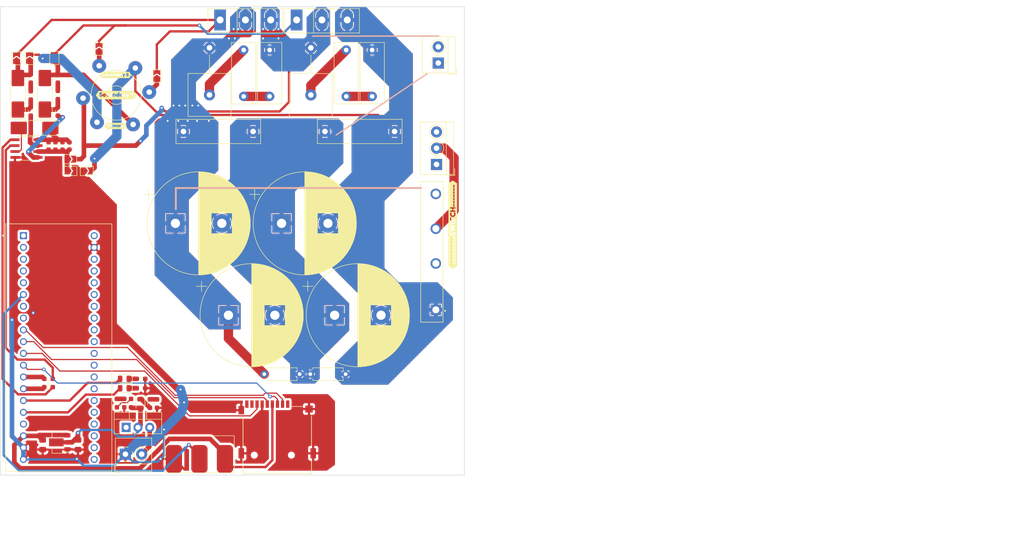
<source format=kicad_pcb>
(kicad_pcb (version 20221018) (generator pcbnew)
  (layers (0 "F.Cu" signal) (31 "B.Cu" signal) (34 "B.Paste" user) (35 "F.Paste" user) (36 "B.SilkS" user "B.Silkscreen") (37 "F.SilkS" user "F.Silkscreen") (38 "B.Mask" user) (39 "F.Mask" user) (44 "Edge.Cuts" user))
  (net 0 "")
  (net 1 "Net-(Q1-C)")
  (net 2 "Net-(J2-Pin_1)")
  (net 3 "Net-(C4-Pad1)")
  (net 4 "Net-(C4-Pad2)")
  (net 5 "Net-(C6-Pad1)")
  (net 6 "Net-(C6-Pad2)")
  (net 7 "+15V")
  (net 8 "+3.3V")
  (net 9 "Net-(J3-Pin_2)")
  (net 10 "Net-(D6-K)")
  (net 11 "Net-(J1-Pin_3)")
  (net 12 "Net-(J1-Pin_2)")
  (net 13 "Net-(D3-K)")
  (net 14 "Net-(D4-K)")
  (net 16 "PWM_LOW")
  (net 17 "PWM_HIGH")
  (net 25 "Net-(D7-K)")
  (net 27 "Net-(J4-CD{slash}DAT3)")
  (net 28 "Net-(J4-CMD)")
  (net 48 "Net-(D1-Pad2)")
  (net 49 "Net-(U2-ADJ)")
  (net 50 "Net-(R13-Pad1)")
  (net 51 "Earth")
  (net 52 "Net-(D2-K)")
  (net 53 "Net-(D2-A)")
  (net 54 "DriverOut_LOW")
  (net 55 "DriverOut_HIGH")
  (net 56 "Net-(D5-K)")
  (net 57 "Net-(D5-A)")
  (net 58 "Net-(D6-A)")
  (net 59 "Net-(JP1-A)")
  (net 60 "Net-(JP1-B)")
  (net 61 "Net-(JP2-A)")
  (net 62 "Net-(JP2-B)")
  (net 63 "Net-(JP3-B)")
  (net 64 "Net-(U1-LO)")
  (net 65 "Net-(U1-HO)")
  (net 66 "Net-(U1-HL)")
  (net 67 "Net-(U1-LL)")
  (net 68 "Net-(J4-CLX)")
  (net 69 "Bridge_Low")
  (net 70 "Bridge_Midpoint")
  (net 71 "Net-(JP6-A)")
  (net 72 "Net-(J4-DAT0)")
  (net 75 "Net-(R18-Pad1)")
  (net 76 "Net-(U3-A1)")
  (footprint "Capacitor_THT:C_Rect_L18.0mm_W5.0mm_P15.00mm_FKS3_FKP3" (layer "F.Cu") (at 102.482 72.898)
    (fp_text reference "C3" hide)
    (fp_text value "5x1uF")
  )
  (footprint "kibuzzard-65B138E2" (layer "F.Cu") (at 87.978 65.057924)
    (fp_text reference "kibuzzard-65B138E2" hide)
    (fp_text value "G***" hide)
  )
  (footprint "Resistor_THT:R_Axial_Power_L25.0mm_W9.0mm_P10.16mm_Vertical" (layer "F.Cu") (at 129.928 65.028 90)
    (fp_text reference "R6" hide)
    (fp_text value "10R")
  )
  (footprint "Capacitor_SMD:C_0603_1608Metric" (layer "F.Cu") (at 73.41 76.017 90)
    (fp_text reference "C14" hide)
    (fp_text value "100nF" hide)
  )
  (footprint "kibuzzard-65B13903" (layer "F.Cu") (at 87.848835 71.706)
    (fp_text reference "kibuzzard-65B13903" hide)
    (fp_text value "G***" hide)
  )
  (footprint "Resistor_SMD:R_0603_1608Metric_Pad0.98x0.95mm_HandSolder" (layer "F.Cu") (at 93.3215 128.27 180)
    (fp_text reference "R11" hide)
    (fp_text value "1k")
  )
  (footprint "TerminalBlock_4Ucon:TerminalBlock_4Ucon_1x02_P3.50mm_Horizontal" (layer "F.Cu") (at 89.972 142.494)
    (fp_text reference "J3" hide)
    (fp_text value "Screw_Terminal_01x02")
  )
  (footprint "Package_TO_SOT_THT:TO-247-3_Vertical" (layer "F.Cu") (at 110.374 48.842)
    (fp_text reference "Q1" hide)
    (fp_text value "Q_NIGBT_GCE")
  )
  (footprint "Capacitor_THT:C_Rect_L13.0mm_W5.0mm_P10.00mm_FKS3_FKP3_MKS4" (layer "F.Cu") (at 137.548 55.328 -90)
    (fp_text reference "C6" hide)
    (fp_text value "10n")
  )
  (footprint "Snapeda:UCC27712D_SOIC127P599X175-8N" (layer "F.Cu") (at 68.65 76.581)
    (fp_text reference "U1" hide)
    (fp_text value "UCC27712D" hide)
  )
  (footprint "Jumper:SolderJumper-2_P1.3mm_Open_TrianglePad1.0x1.5mm" (layer "F.Cu") (at 78.085 78.867)
    (fp_text reference "JP6" hide)
    (fp_text value "Solder Jumper" hide)
  )
  (footprint "Transformer_THT:Transformer_Toroid_Tapped_Horizontal_D10.5mm_Amidon-T37" (layer "F.Cu") (at 83.848835 70.906 30)
    (fp_text reference "T1" hide)
    (fp_text value "Gate drive transformer" hide)
  )
  (footprint "Capacitor_THT:C_Rect_L13.0mm_W5.0mm_P10.00mm_FKS3_FKP3_MKS4" (layer "F.Cu") (at 143.136 65.328 90)
    (fp_text reference "C7" hide)
    (fp_text value "10n")
  )
  (footprint "Jumper:SolderJumper-2_P1.3mm_Open_TrianglePad1.0x1.5mm" (layer "F.Cu") (at 84.292835 55.081 90)
    (fp_text reference "JP2" hide)
    (fp_text value "Solder Jumper" hide)
  )
  (footprint "Resistor_SMD:R_0603_1608Metric_Pad0.98x0.95mm_HandSolder" (layer "F.Cu") (at 95.25 131.572 -90)
    (fp_text reference "R18" hide)
    (fp_text value "1k")
  )
  (footprint "Resistor_SMD:R_0603_1608Metric_Pad0.98x0.95mm_HandSolder" (layer "F.Cu") (at 75.41 68.58 90)
    (fp_text reference "R2" hide)
    (fp_text value "10R")
  )
  (footprint "Capacitor_SMD:C_0603_1608Metric" (layer "F.Cu") (at 76.41 76.017 90)
    (fp_text reference "C13" hide)
    (fp_text value "100nF" hide)
  )
  (footprint "Diode_SMD:D_MELF_Handsoldering" (layer "F.Cu") (at 66.802 64.77 90)
    (fp_text reference "D4" hide)
    (fp_text value "SUF4007" hide)
  )
  (footprint "Jumper:SolderJumper-2_P1.3mm_Open_TrianglePad1.0x1.5mm" (layer "F.Cu") (at 96.738835 60.923 90)
    (fp_text reference "JP1" hide)
    (fp_text value "Solder Jumper" hide)
  )
  (footprint "Resistor_THT:R_Axial_DIN0207_L6.3mm_D2.5mm_P7.62mm_Horizontal" (layer "F.Cu") (at 129.794 125.222)
    (fp_text reference "R10" hide)
    (fp_text value "100k")
  )
  (footprint "kibuzzard-65AE80BD" (layer "F.Cu") (at 160.5 93 90)
    (fp_text reference "kibuzzard-65AE80BD" hide)
    (fp_text value "G***" hide)
  )
  (footprint "Resistor_SMD:R_0603_1608Metric_Pad0.98x0.95mm_HandSolder" (layer "F.Cu") (at 69.568 68.58 90)
    (fp_text reference "R4" hide)
    (fp_text value "10R")
  )
  (footprint "Resistor_SMD:R_0603_1608Metric_Pad0.98x0.95mm_HandSolder" (layer "F.Cu") (at 91.186 131.4685 -90)
    (fp_text reference "R12" hide)
    (fp_text value "1k")
  )
  (footprint "Jumper:SolderJumper-2_P1.3mm_Open_TrianglePad1.0x1.5mm" (layer "F.Cu") (at 69.314 57.076 90)
    (fp_text reference "JP3" hide)
    (fp_text value "Solder Jumper" hide)
  )
  (footprint "TerminalBlock_4Ucon:TerminalBlock_4Ucon_1x02_P3.50mm_Horizontal" (layer "F.Cu") (at 157.38 58.138 90)
    (fp_text reference "J2" hide)
    (fp_text value "Screw_Terminal_01x02")
  )
  (footprint "Jumper:SolderJumper-2_P1.3mm_Open_TrianglePad1.0x1.5mm" (layer "F.Cu") (at 81.641 81.407)
    (fp_text reference "JP8" hide)
    (fp_text value "Solder Jumper" hide)
  )
  (footprint "Resistor_SMD:R_0603_1608Metric_Pad0.98x0.95mm_HandSolder" (layer "F.Cu") (at 89.726 131.4685 90)
    (fp_text reference "R14" hide)
    (fp_text value "1k")
  )
  (footprint "Resistor_SMD:R_0603_1608Metric_Pad0.98x0.95mm_HandSolder" (layer "F.Cu") (at 69.568 65.1275 -90)
    (fp_text reference "R7" hide)
    (fp_text value "10R")
  )
  (footprint "Jumper:SolderJumper-2_P1.3mm_Open_TrianglePad1.0x1.5mm" (layer "F.Cu") (at 78.122 81.407)
    (fp_text reference "JP7" hide)
    (fp_text value "Solder Jumper" hide)
  )
  (footprint "Resistor_SMD:R_0603_1608Metric_Pad0.98x0.95mm_HandSolder" (layer "F.Cu") (at 75.41 61.468 90)
    (fp_text reference "R3" hide)
    (fp_text value "10R")
  )
  (footprint "Snapeda:potentiometer" (layer "F.Cu") (at 98.418 146.51)
    (fp_text reference "RV1" hide)
    (fp_text value "10k pot")
  )
  (footprint "Snapeda:GBJ1008-BP_DIOB_GBJ1008-BP" (layer "F.Cu") (at 156 98.861 90)
    (fp_text reference "D1" hide)
    (fp_text value "GBJ1008-BP")
  )
  (footprint "Capacitor_THT:CP_Radial_D22.0mm_P10.00mm_SnapIn" (layer "F.Cu") (at 135.042169 112.522)
    (fp_text reference "C10" hide)
    (fp_text value "220uF")
  )
  (footprint "Resistor_SMD:R_0603_1608Metric_Pad0.98x0.95mm_HandSolder" (layer "F.Cu") (at 93.3215 126.238 180)
    (fp_text reference "R15" hide)
    (fp_text value "1k")
  )
  (footprint "Resistor_SMD:R_0603_1608Metric_Pad0.98x0.95mm_HandSolder" (layer "F.Cu") (at 73.406 128.032 180)
    (fp_text reference "R17" hide)
    (fp_text value "10R")
  )
  (footprint "Resistor_THT:R_Axial_DIN0207_L6.3mm_D2.5mm_P7.62mm_Horizontal" (layer "F.Cu") (at 119.888 125.222)
    (fp_text reference "R9" hide)
    (fp_text value "100k")
  )
  (footprint "Resistor_SMD:R_0603_1608Metric_Pad0.98x0.95mm_HandSolder" (layer "F.Cu") (at 96.774 131.572 90)
    (fp_text reference "R19" hide)
    (fp_text value "1k")
  )
  (footprint "Snapeda:ZC323000_MODULE_ZC323000" (layer "F.Cu") (at 75.62 119.49)
    (fp_text reference "U3" hide)
    (fp_text value "ZC323000")
  )
  (footprint "LED_SMD:LED_0805_2012Metric" (layer "F.Cu") (at 93.218 131.572 -90)
    (fp_text reference "D7" hide)
    (fp_text value "LED")
  )
  (footprint "Resistor_SMD:R_0603_1608Metric_Pad0.98x0.95mm_HandSolder" (layer "F.Cu") (at 69.568 61.468 90)
    (fp_text reference "R8" hide)
    (fp_text value "10R")
  )
  (footprint "Capacitor_SMD:C_0805_2012Metric_Pad1.18x1.45mm_HandSolder" (layer "F.Cu") (at 79.756 140.462 -90)
    (fp_text reference "C8" hide)
    (fp_text value "10u")
  )
  (footprint "LED_SMD:LED_0805_2012Metric" (layer "F.Cu") (at 89.7655 126.238 180)
    (fp_text reference "D2" hide)
    (fp_text value "LED")
  )
  (footprint "Capacitor_THT:C_Rect_L13.0mm_W5.0mm_P10.00mm_FKS3_FKP3_MKS4" (layer "F.Cu") (at 121.038 65.328 90)
    (fp_text reference "C5" hide)
    (fp_text value "10n")
  )
  (footprint "Capacitor_THT:CP_Radial_D22.0mm_P10.00mm_SnapIn" (layer "F.Cu") (at 100.744 92.71)
    (fp_text reference "C1" hide)
    (fp_text value "220uF")
  )
  (footprint "Capacitor_THT:C_Rect_L18.0mm_W5.0mm_P15.00mm_FKS3_FKP3" (layer "F.Cu") (at 132.962 72.898)
    (fp_text reference "C2" hide)
    (fp_text value "5x1uF")
  )
  (footprint "Jumper:SolderJumper-2_P1.3mm_Open_TrianglePad1.0x1.5mm" (layer "F.Cu") (at 74.648 57.039 90)
    (fp_text reference "JP4" hide)
    (fp_text value "Solder Jumper" hide)
  )
  (footprint "Capacitor_THT:CP_Radial_D22.0mm_P10.00mm_SnapIn" (layer "F.Cu") (at 123.612169 92.71)
    (fp_text reference "C15" hide)
    (fp_text value "220uF")
  )
  (footprint "Package_TO_SOT_THT:TO-247-3_Vertical" (layer "F.Cu") (at 126.862 48.842)
    (fp_text reference "Q2" hide)
    (fp_text value "Q_NIGBT_GCE")
  )
  (footprint "Capacitor_SMD:C_0603_1608Metric" (layer "F.Cu") (at 77.91 76.017 90)
    (fp_text reference "C16" hide)
    (fp_text value "4x100nF")
  )
  (footprint "Capacitor_THT:CP_Radial_D22.0mm_P10.00mm_SnapIn" (layer "F.Cu") (at 112.174 112.522)
    (fp_text reference "C11" hide)
    (fp_text value "220uF")
  )
  (footprint "Diode_SMD:D_MELF_Handsoldering" (layer "F.Cu") (at 72.616 64.77 90)
    (fp_text reference "D3" hide)
    (fp_text value "SUF4007" hide)
  )
  (footprint "TerminalBlock_4Ucon:TerminalBlock_4Ucon_1x03_P3.50mm_Horizontal" (layer "F.Cu") (at 157 80 90)
    (fp_text reference "J1" hide)
    (fp_text value "Screw_Terminal_01x03")
  )
  (footprint "Resistor_SMD:R_0603_1608Metric_Pad0.98x0.95mm_HandSolder" (layer "F.Cu") (at 73.406 126.238 180)
    (fp_text reference "R16" hide)
    (fp_text value "10R")
  )
  (footprint "Capacitor_SMD:C_0603_1608Metric" (layer "F.Cu") (at 74.9 76.017 90)
    (fp_text reference "C12" hide)
    (fp_text value "100nF" hide)
  )
  (footprint "Capacitor_SMD:C_0805_2012Metric_Pad1.18x1.45mm_HandSolder" (layer "F.Cu") (at 72.136 140.462 -90)
    (fp_text reference "C9" hide)
    (fp_text value "10u")
  )
  (footprint "Resistor_SMD:R_0603_1608Metric_Pad0.98x0.95mm_HandSolder" (layer "F.Cu") (at 75.41 65.024 -90)
    (fp_text reference "R1" hide)
    (fp_text value "10R")
  )
  (footprint "Samacsys:MCSPQ08ASGTR" (layer "F.Cu") (at 122.682 139.446)
    (fp_text reference "J4" hide)
    (fp_text value "MCSP-Q-08-A-SG-T_R" hide)
  )
  (footprint "kibuzzard-65B13918" (layer "F.Cu") (at 87.848835 60.706)
    (fp_text reference "kibuzzard-65B13918" hide)
    (fp_text value "G***" hide)
  )
  (footprint "Capacitor_THT:C_Rect_L13.0mm_W5.0mm_P10.00mm_FKS3_FKP3_MKS4" (layer "F.Cu") (at 115.45 55.328 -90)
    (fp_text reference "C4" hide)
    (fp_text value "10n")
  )
  (footprint "Package_TO_SOT_THT:TO-220-3_Vertical" (layer "F.Cu") (at 90.13 136.716)
    (fp_text reference "U2" hide)
    (fp_text value "LM317_TO-220")
  )
  (footprint "LED_SMD:LED_0805_2012Metric" (layer "F.Cu") (at 89.7655 128.27 180)
    (fp_text reference "D5" hide)
    (fp_text value "LED")
  )
  (footprint "Resistor_THT:R_Axial_Power_L25.0mm_W9.0mm_P10.16mm_Vertical" (layer "F.Cu") (at 108.084 65.011 90)
    (fp_text reference "R5" hide)
    (fp_text value "10R")
  )
  (footprint "Resistor_SMD:R_0603_1608Metric_Pad0.98x0.95mm_HandSolder" (layer "F.Cu") (at 88.138 131.4685 -90)
    (fp_text reference "R13" hide)
    (fp_text value "10k")
  )
  (footprint "Jumper:SolderJumper-2_P1.3mm_Open_TrianglePad1.0x1.5mm" (layer "F.Cu") (at 66.52 57.113 90)
    (fp_text reference "JP5" hide)
    (fp_text value "Solder Jumper" hide)
  )
  (footprint "Diode_SMD:D_MELF_Handsoldering" (layer "F.Cu") (at 70.4 72.136 180)
    (fp_text reference "D6" hide)
    (fp_text value "SUF4007")
  )
  (footprint "Package_TO_SOT_SMD:SOT-89-3" (layer "F.Cu") (at 75.52 139.93 180)
    (fp_text reference "U4" hide)
    (fp_text value "HT7533-1-SOT89")
  )
  (gr_line (start 135.382 73.66) (end 154.94 60.452) (stroke (width 0.3)) (layer "B.SilkS"))
  (gr_line (start 157.48 52.324) (end 130.302 52.324) (stroke (width 0.3)) (layer "B.SilkS"))
  (gr_line (start 100.838 85.09) (end 100.838 89.662) (stroke (width 0.4)) (layer "B.SilkS"))
  (gr_line (start 153.67 85.09) (end 100.838 85.09) (stroke (width 0.4)) (layer "B.SilkS"))
  (gr_rect (start 63 46) (end 163 147) (stroke (width 0.1)) (fill none) (layer "Edge.Cuts"))
  (segment (start 112.174 117.508) (end 119.888 125.222) (width 2) (layer "F.Cu") (net 1))
  (segment (start 112.174 112.522) (end 112.174 117.508) (width 2) (layer "F.Cu") (net 1))
  (via (at 99.06 70.612) (size 0.8) (drill 0.4) (layers "F.Cu" "B.Cu") (net 1))
  (via (at 103.378 70.612) (size 0.8) (drill 0.4) (layers "F.Cu" "B.Cu") (net 1))
  (via (at 112.268 52.832) (size 0.8) (drill 0.4) (layers "F.Cu" "B.Cu") (net 1))
  (via (at 104.394 67.31) (size 0.8) (drill 0.4) (layers "F.Cu" "B.Cu") (net 1))
  (via (at 102.87 67.31) (size 0.8) (drill 0.4) (layers "F.Cu" "B.Cu") (net 1))
  (via (at 114.3 50.8) (size 0.8) (drill 0.4) (layers "F.Cu" "B.Cu") (net 1))
  (via (at 107.95 70.612) (size 0.8) (drill 0.4) (layers "F.Cu" "B.Cu") (net 1))
  (via (at 101.346 70.612) (size 0.8) (drill 0.4) (layers "F.Cu" "B.Cu") (net 1))
  (via (at 113.538 52.832) (size 0.8) (drill 0.4) (layers "F.Cu" "B.Cu") (net 1))
  (via (at 105.41 70.612) (size 0.8) (drill 0.4) (layers "F.Cu" "B.Cu") (net 1))
  (via (at 101.6 67.31) (size 0.8) (drill 0.4) (layers "F.Cu" "B.Cu") (net 1))
  (via (at 100.33 67.31) (size 0.8) (drill 0.4) (layers "F.Cu" "B.Cu") (net 1))
  (via (at 113.284 50.8) (size 0.8) (drill 0.4) (layers "F.Cu" "B.Cu") (net 1))
  (via (at 105.664 67.31) (size 0.8) (drill 0.4) (layers "F.Cu" "B.Cu") (net 1))
  (segment (start 108.084 62.694) (end 115.45 55.328) (width 2) (layer "F.Cu") (net 3))
  (segment (start 108.084 65.011) (end 108.084 62.694) (width 2) (layer "F.Cu") (net 3))
  (segment (start 115.45 65.328) (end 121.038 65.328) (width 2) (layer "F.Cu") (net 4))
  (segment (start 129.928 62.948) (end 137.548 55.328) (width 2) (layer "F.Cu") (net 5))
  (segment (start 129.928 65.028) (end 129.928 62.948) (width 2) (layer "F.Cu") (net 5))
  (segment (start 137.548 65.328) (end 143.136 65.328) (width 2) (layer "F.Cu") (net 6))
  (segment (start 91.3145 132.5095) (end 91.186 132.381) (width 1) (layer "F.Cu") (net 7))
  (segment (start 79.756 138.644) (end 79.756 137.922) (width 1) (layer "F.Cu") (net 7))
  (segment (start 93.218 132.5095) (end 93.218 136.168) (width 1) (layer "F.Cu") (net 7))
  (segment (start 78.47 139.93) (end 79.756 138.644) (width 1) (layer "F.Cu") (net 7))
  (segment (start 93.218 136.168) (end 92.67 136.716) (width 1) (layer "F.Cu") (net 7))
  (segment (start 77.3825 139.93) (end 78.47 139.93) (width 1) (layer "F.Cu") (net 7))
  (segment (start 93.218 132.5095) (end 91.3145 132.5095) (width 1) (layer "F.Cu") (net 7))
  (via (at 79.756 137.922) (size 0.8) (drill 0.4) (layers "F.Cu" "B.Cu") (net 7))
  (segment (start 80.4164 137.2616) (end 86.9696 137.2616) (width 0.5) (layer "B.Cu") (net 7))
  (segment (start 92.67 137.708) (end 92.67 136.716) (width 0.5) (layer "B.Cu") (net 7))
  (segment (start 86.9696 137.2616) (end 88.392 138.684) (width 0.5) (layer "B.Cu") (net 7))
  (segment (start 88.392 138.684) (end 91.694 138.684) (width 0.5) (layer "B.Cu") (net 7))
  (segment (start 91.694 138.684) (end 92.67 137.708) (width 0.5) (layer "B.Cu") (net 7))
  (segment (start 79.756 137.922) (end 80.4164 137.2616) (width 0.5) (layer "B.Cu") (net 7))
  (segment (start 111.418 142.406) (end 108.204 139.192) (width 1) (layer "F.Cu") (net 8))
  (segment (start 113.168 145.26) (end 111.418 143.51) (width 0.5) (layer "F.Cu") (net 8))
  (segment (start 121.632 131.696) (end 121.632 143.798) (width 0.5) (layer "F.Cu") (net 8))
  (segment (start 93.111006 145.542) (end 67.31 145.542) (width 1) (layer "F.Cu") (net 8))
  (segment (start 71.2515 138.54) (end 72.136 139.4245) (width 1) (layer "F.Cu") (net 8))
  (segment (start 67.31 145.542) (end 66.04 144.272) (width 1) (layer "F.Cu") (net 8))
  (segment (start 66.04 144.272) (end 66.04 140.5) (width 1) (layer "F.Cu") (net 8))
  (segment (start 71.2515 138.54) (end 71.428 138.3635) (width 1) (layer "F.Cu") (net 8))
  (segment (start 66.04 140.5) (end 68 138.54) (width 1) (layer "F.Cu") (net 8))
  (segment (start 108.204 139.192) (end 99.461006 139.192) (width 1) (layer "F.Cu") (net 8))
  (segment (start 71.428 138.3635) (end 77.47 138.3635) (width 1) (layer "F.Cu") (net 8))
  (segment (start 68 138.54) (end 71.2515 138.54) (width 1) (layer "F.Cu") (net 8))
  (segment (start 120.17 145.26) (end 113.168 145.26) (width 0.5) (layer "F.Cu") (net 8))
  (segment (start 111.418 143.51) (end 111.418 142.406) (width 1) (layer "F.Cu") (net 8))
  (segment (start 121.632 143.798) (end 120.17 145.26) (width 0.5) (layer "F.Cu") (net 8))
  (segment (start 99.461006 139.192) (end 93.111006 145.542) (width 1) (layer "F.Cu") (net 8))
  (segment (start 95.21 140.756) (end 93.472 142.494) (width 1) (layer "F.Cu") (net 9))
  (segment (start 95.21 136.716) (end 95.21 140.756) (width 1) (layer "F.Cu") (net 9))
  (segment (start 77.344 74.676) (end 75.438 74.676) (width 1) (layer "F.Cu") (net 10))
  (segment (start 77.91 75.242) (end 77.344 74.676) (width 1) (layer "F.Cu") (net 10))
  (segment (start 73.8 72.136) (end 73.8 73.038) (width 1) (layer "F.Cu") (net 10))
  (segment (start 73.8 73.038) (end 75.438 74.676) (width 1) (layer "F.Cu") (net 10))
  (segment (start 75.438 74.676) (end 71.12 74.676) (width 1) (layer "F.Cu") (net 10))
  (segment (start 160.782 89.929) (end 156.85 93.861) (width 2) (layer "F.Cu") (net 12))
  (segment (start 160.782 78.584944) (end 160.782 89.929) (width 2) (layer "F.Cu") (net 12))
  (segment (start 158.697056 76.5) (end 160.782 78.584944) (width 2) (layer "F.Cu") (net 12))
  (segment (start 157 76.5) (end 158.697056 76.5) (width 2) (layer "F.Cu") (net 12))
  (segment (start 75.41 67.6675) (end 75.41 65.9365) (width 1) (layer "F.Cu") (net 13))
  (segment (start 72.616 68.17) (end 74.9075 68.17) (width 1) (layer "F.Cu") (net 13))
  (segment (start 74.9075 68.17) (end 75.41 67.6675) (width 1) (layer "F.Cu") (net 13))
  (segment (start 69.568 67.6675) (end 69.568 66.04) (width 1) (layer "F.Cu") (net 14))
  (segment (start 66.802 68.17) (end 69.0655 68.17) (width 1) (layer "F.Cu") (net 14))
  (segment (start 69.0655 68.17) (end 69.568 67.6675) (width 1) (layer "F.Cu") (net 14))
  (segment (start 68 128.38) (end 72.1455 128.38) (width 1) (layer "F.Cu") (net 16))
  (segment (start 72.1455 128.38) (end 72.4935 128.032) (width 1) (layer "F.Cu") (net 16))
  (segment (start 68 125.84) (end 72.0955 125.84) (width 1) (layer "F.Cu") (net 17))
  (segment (start 72.0955 125.84) (end 72.4935 126.238) (width 1) (layer "F.Cu") (net 17))
  (segment (start 93.218 130.6345) (end 93.4 130.6345) (width 1) (layer "F.Cu") (net 25))
  (segment (start 93.4 130.6345) (end 95.25 132.4845) (width 1) (layer "F.Cu") (net 25))
  (segment (start 123.832 130.646) (end 123.832 131.696) (width 0.25) (layer "F.Cu") (net 27))
  (segment (start 100.712396 129.794) (end 119.634 129.794) (width 0.25) (layer "F.Cu") (net 27))
  (segment (start 68 115.68) (end 68.436 115.68) (width 0.25) (layer "F.Cu") (net 27))
  (segment (start 122.509 129.323) (end 123.832 130.646) (width 0.25) (layer "F.Cu") (net 27))
  (segment (start 120.105 129.323) (end 122.509 129.323) (width 0.25) (layer "F.Cu") (net 27))
  (segment (start 90.399996 119.4816) (end 100.712396 129.794) (width 0.25) (layer "F.Cu") (net 27))
  (segment (start 119.634 129.794) (end 120.105 129.323) (width 0.25) (layer "F.Cu") (net 27))
  (segment (start 72.2376 119.4816) (end 90.399996 119.4816) (width 0.25) (layer "F.Cu") (net 27))
  (segment (start 68.436 115.68) (end 72.2376 119.4816) (width 0.25) (layer "F.Cu") (net 27))
  (segment (start 72.39 124.206) (end 68.906 124.206) (width 0.25) (layer "F.Cu") (net 28))
  (segment (start 122.134 130.048) (end 121.158 130.048) (width 0.25) (layer "F.Cu") (net 28))
  (segment (start 122.732 131.696) (end 122.732 130.646) (width 0.25) (layer "F.Cu") (net 28))
  (segment (start 68.906 124.206) (end 68 123.3) (width 0.25) (layer "F.Cu") (net 28))
  (segment (start 122.732 130.646) (end 122.134 130.048) (width 0.25) (layer "F.Cu") (net 28))
  (via (at 121.158 130.048) (size 0.8) (drill 0.4) (layers "F.Cu" "B.Cu") (net 28))
  (via (at 72.39 124.206) (size 0.8) (drill 0.4) (layers "F.Cu" "B.Cu") (net 28))
  (segment (start 75.3364 127.1524) (end 72.39 124.206) (width 0.25) (layer "B.Cu") (net 28))
  (segment (start 121.158 130.048) (end 118.2624 127.1524) (width 0.25) (layer "B.Cu") (net 28))
  (segment (start 118.2624 127.1524) (end 75.3364 127.1524) (width 0.25) (layer "B.Cu") (net 28))
  (segment (start 90.361 131.381) (end 91.186 130.556) (width 0.25) (layer "F.Cu") (net 49))
  (segment (start 88.138 132.381) (end 89.138 131.381) (width 0.25) (layer "F.Cu") (net 49))
  (segment (start 89.138 131.381) (end 90.361 131.381) (width 0.25) (layer "F.Cu") (net 49))
  (segment (start 88.138 130.556) (end 89.726 130.556) (width 1) (layer "F.Cu") (net 50))
  (segment (start 97.536 143.51) (end 100.418 143.51) (width 0.5) (layer "F.Cu") (net 51))
  (segment (start 65.532 113.538) (end 67.056 112.014) (width 0.25) (layer "F.Cu") (net 51))
  (segment (start 67.056 112.014) (end 70.104 112.014) (width 0.25) (layer "F.Cu") (net 51))
  (via (at 97.536 143.51) (size 0.8) (drill 0.4) (layers "F.Cu" "B.Cu") (net 51))
  (via (at 79.502 143.51) (size 0.8) (drill 0.4) (layers "F.Cu" "B.Cu") (net 51))
  (via (at 65.532 113.538) (size 0.8) (drill 0.4) (layers "F.Cu" "B.Cu") (net 51))
  (via (at 98.298 137.16) (size 0.8) (drill 0.4) (layers "F.Cu" "B.Cu") (net 51))
  (via (at 101.854 128.524) (size 0.8) (drill 0.4) (layers "F.Cu" "B.Cu") (net 51))
  (via (at 70.104 112.014) (size 0.8) (drill 0.4) (layers "F.Cu" "B.Cu") (net 51))
  (via (at 102.616 131.318) (size 0.8) (drill 0.4) (layers "F.Cu" "B.Cu") (net 51))
  (segment (start 68 143.62) (end 68 141.08) (width 1) (layer "B.Cu") (net 51))
  (segment (start 65.532 138.612) (end 68 141.08) (width 1) (layer "B.Cu") (net 51))
  (segment (start 65.532 113.538) (end 65.532 138.612) (width 1) (layer "B.Cu") (net 51))
  (segment (start 80.9752 144.9832) (end 79.502 143.51) (width 0.5) (layer "B.Cu") (net 51))
  (segment (start 79.392 143.62) (end 68 143.62) (width 0.5) (layer "B.Cu") (net 51))
  (segment (start 98.298 137.16) (end 102.108 133.35) (width 2) (layer "B.Cu") (net 51))
  (segment (start 96.902 144.144) (end 97.536 143.51) (width 0.5) (layer "B.Cu") (net 51))
  (segment (start 98.298 142.748) (end 98.298 137.16) (width 0.5) (layer "B.Cu") (net 51))
  (segment (start 89.972 142.494) (end 91.622 144.144) (width 0.5) (layer "B.Cu") (net 51))
  (segment (start 102.108 133.35) (end 102.616 131.318) (width 2) (layer "B.Cu") (net 51))
  (segment (start 102.616 131.318) (end 101.854 128.524) (width 2) (layer "B.Cu") (net 51))
  (segment (start 79.502 143.51) (end 79.392 143.62) (width 0.5) (layer "B.Cu") (net 51))
  (segment (start 89.972 142.494) (end 92.766 139.7) (width 2) (layer "B.Cu") (net 51))
  (segment (start 89.972 142.494) (end 87.4828 144.9832) (width 0.5) (layer "B.Cu") (net 51))
  (segment (start 87.4828 144.9832) (end 80.9752 144.9832) (width 0.5) (layer "B.Cu") (net 51))
  (segment (start 97.536 143.51) (end 98.298 142.748) (width 0.5) (layer "B.Cu") (net 51))
  (segment (start 95.758 139.7) (end 98.298 137.16) (width 2) (layer "B.Cu") (net 51))
  (segment (start 91.622 144.144) (end 96.902 144.144) (width 0.5) (layer "B.Cu") (net 51))
  (segment (start 92.766 139.7) (end 95.758 139.7) (width 2) (layer "B.Cu") (net 51))
  (segment (start 90.703 126.238) (end 92.409 126.238) (width 1) (layer "F.Cu") (net 52))
  (segment (start 68 130.92) (end 77.995 130.92) (width 0.5) (layer "F.Cu") (net 53))
  (segment (start 81.8134 127.1016) (end 87.9644 127.1016) (width 0.5) (layer "F.Cu") (net 53))
  (segment (start 77.995 130.92) (end 81.8134 127.1016) (width 0.5) (layer "F.Cu") (net 53))
  (segment (start 87.9644 127.1016) (end 88.828 126.238) (width 0.5) (layer "F.Cu") (net 53))
  (segment (start 75.41 58.526) (end 74.648 57.764) (width 1) (layer "F.Cu") (net 54))
  (segment (start 75.41 60.5555) (end 75.41 58.526) (width 1) (layer "F.Cu") (net 54))
  (segment (start 91.628 71.379909) (end 80.954091 60.706) (width 1) (layer "F.Cu") (net 54))
  (segment (start 74.93 60.706) (end 75.2595 60.706) (width 1) (layer "F.Cu") (net 54))
  (segment (start 75.2595 60.706) (end 75.41 60.5555) (width 1) (layer "F.Cu") (net 54))
  (segment (start 73.28 60.706) (end 74.93 60.706) (width 1) (layer "F.Cu") (net 54))
  (segment (start 80.954091 60.706) (end 74.93 60.706) (width 1) (layer "F.Cu") (net 54))
  (segment (start 72.616 61.37) (end 73.28 60.706) (width 1) (layer "F.Cu") (net 54))
  (segment (start 66.802 61.37) (end 67.466 60.706) (width 1) (layer "F.Cu") (net 55))
  (segment (start 67.466 60.706) (end 69.4175 60.706) (width 1) (layer "F.Cu") (net 55))
  (segment (start 69.4175 60.706) (end 69.568 60.5555) (width 1) (layer "F.Cu") (net 55))
  (segment (start 66.802 58.12) (end 66.52 57.838) (width 1) (layer "F.Cu") (net 55))
  (segment (start 69.568 58.055) (end 69.314 57.801) (width 1) (layer "F.Cu") (net 55))
  (segment (start 69.568 60.5555) (end 69.568 58.055) (width 1) (layer "F.Cu") (net 55))
  (segment (start 66.802 61.37) (end 66.802 58.12) (width 1) (layer "F.Cu") (net 55))
  (segment (start 90.703 128.27) (end 92.409 128.27) (width 1) (layer "F.Cu") (net 56))
  (segment (start 87.4564 129.6416) (end 88.828 128.27) (width 0.5) (layer "F.Cu") (net 57))
  (segment (start 81.4324 129.6416) (end 87.4564 129.6416) (width 0.5) (layer "F.Cu") (net 57))
  (segment (start 77.614 133.46) (end 81.4324 129.6416) (width 0.5) (layer "F.Cu") (net 57))
  (segment (start 68 133.46) (end 77.614 133.46) (width 0.5) (layer "F.Cu") (net 57))
  (segment (start 67.564 76.816999) (end 67.164999 77.216) (width 0.25) (layer "F.Cu") (net 58))
  (segment (start 67.564 72.7) (end 67.564 76.816999) (width 0.25) (layer "F.Cu") (net 58))
  (segment (start 67 72.136) (end 67.564 72.7) (width 0.25) (layer "F.Cu") (net 58))
  (segment (start 67.164999 77.216) (end 66.18 77.216) (width 0.25) (layer "F.Cu") (net 58))
  (segment (start 96.738835 62.77433) (end 95.107165 64.406) (width 1) (layer "F.Cu") (net 59))
  (segment (start 96.738835 61.648) (end 96.738835 62.77433) (width 1) (layer "F.Cu") (net 59))
  (segment (start 107.908 51.308) (end 110.374 48.842) (width 0.5) (layer "F.Cu") (net 60))
  (segment (start 99.568 51.308) (end 107.908 51.308) (width 0.5) (layer "F.Cu") (net 60))
  (segment (start 66.52 56.388) (end 74.066 48.842) (width 0.5) (layer "F.Cu") (net 60))
  (segment (start 74.066 48.842) (end 110.374 48.842) (width 0.5) (layer "F.Cu") (net 60))
  (segment (start 96.738835 60.198) (end 96.738835 54.137165) (width 0.5) (layer "F.Cu") (net 60))
  (segment (start 96.738835 54.137165) (end 99.568 51.308) (width 0.5) (layer "F.Cu") (net 60))
  (segment (start 84.328 55.841165) (end 84.292835 55.806) (width 1) (layer "F.Cu") (net 61))
  (segment (start 84.328 58.735938) (end 84.328 55.841165) (width 1) (layer "F.Cu") (net 61))
  (segment (start 84.292835 53.375165) (end 87.63 50.038) (width 0.5) (layer "F.Cu") (net 62))
  (segment (start 80.924 50.038) (end 90.17 50.038) (width 0.5) (layer "F.Cu") (net 62))
  (segment (start 74.648 56.314) (end 80.924 50.038) (width 0.5) (layer "F.Cu") (net 62))
  (segment (start 87.63 50.038) (end 90.17 50.038) (width 0.5) (layer "F.Cu") (net 62))
  (segment (start 84.292835 54.356) (end 84.292835 53.375165) (width 0.5) (layer "F.Cu") (net 62))
  (segment (start 90.17 50.038) (end 105.918 50.038) (width 0.5) (layer "F.Cu") (net 62))
  (via (at 105.918 50.038) (size 0.8) (drill 0.4) (layers "F.Cu" "B.Cu") (net 62))
  (segment (start 123.888 51.816) (end 126.862 48.842) (width 0.5) (layer "B.Cu") (net 62))
  (segment (start 107.696 51.816) (end 123.888 51.816) (width 0.5) (layer "B.Cu") (net 62))
  (segment (start 105.918 50.038) (end 107.696 51.816) (width 0.5) (layer "B.Cu") (net 62))
  (segment (start 71.337 56.351) (end 72.136 57.15) (width 0.5) (layer "F.Cu") (net 63))
  (segment (start 69.314 56.351) (end 71.337 56.351) (width 0.5) (layer "F.Cu") (net 63))
  (via (at 72.136 57.15) (size 0.8) (drill 0.4) (layers "F.Cu" "B.Cu") (net 63))
  (segment (start 76.107364 57.15) (end 72.136 57.15) (width 2) (layer "B.Cu") (net 63))
  (segment (start 83.848835 64.891471) (end 76.107364 57.15) (width 2) (layer "B.Cu") (net 63))
  (segment (start 83.848835 70.906) (end 83.848835 64.891471) (width 2) (layer "B.Cu") (net 63))
  (segment (start 75.7675 69.85) (end 75.41 69.4925) (width 1) (layer "F.Cu") (net 64))
  (segment (start 70.135001 78.486) (end 69.088 77.438999) (width 1) (layer "F.Cu") (net 64))
  (segment (start 76.454 69.85) (end 75.7675 69.85) (width 1) (layer "F.Cu") (net 64))
  (segment (start 75.41 64.1115) (end 75.41 62.3805) (width 1) (layer "F.Cu") (net 64))
  (segment (start 71.12 78.486) (end 70.135001 78.486) (width 1) (layer "F.Cu") (net 64))
  (segment (start 69.088 77.438999) (end 69.088 77.216) (width 1) (layer "F.Cu") (net 64))
  (via (at 69.088 77.216) (size 0.8) (drill 0.4) (layers "F.Cu" "B.Cu") (net 64))
  (via (at 76.454 69.85) (size 0.8) (drill 0.4) (layers "F.Cu" "B.Cu") (net 64))
  (segment (start 69.088 77.216) (end 76.454 69.85) (width 1) (layer "B.Cu") (net 64))
  (segment (start 69.568 73.688) (end 69.568 69.4925) (width 1) (layer "F.Cu") (net 65))
  (segment (start 69.435 73.821) (end 69.568 73.688) (width 1) (layer "F.Cu") (net 65))
  (segment (start 71.12 75.946) (end 70.13849 75.946) (width 1) (layer "F.Cu") (net 65))
  (segment (start 69.568 64.215) (end 69.568 62.3805) (width 1) (layer "F.Cu") (net 65))
  (segment (start 70.13849 75.946) (end 69.435 75.24251) (width 1) (layer "F.Cu") (net 65))
  (segment (start 69.435 75.24251) (end 69.435 73.821) (width 1) (layer "F.Cu") (net 65))
  (segment (start 66.724 122.096) (end 64.197 119.569) (width 0.5) (layer "F.Cu") (net 66))
  (segment (start 72.566 122.096) (end 66.724 122.096) (width 0.5) (layer "F.Cu") (net 66))
  (segment (start 74.3185 123.8485) (end 72.566 122.096) (width 0.5) (layer "F.Cu") (net 66))
  (segment (start 65.195001 75.946) (end 66.18 75.946) (width 0.5) (layer "F.Cu") (net 66))
  (segment (start 64.197 76.944001) (end 65.195001 75.946) (width 0.5) (layer "F.Cu") (net 66))
  (segment (start 74.3185 126.238) (end 74.3185 123.8485) (width 0.5) (layer "F.Cu") (net 66))
  (segment (start 64.197 119.569) (end 64.197 76.944001) (width 0.5) (layer "F.Cu") (net 66))
  (segment (start 63.497 126.235) (end 63.497 76.374001) (width 0.5) (layer "F.Cu") (net 67))
  (segment (start 66.846 129.584) (end 63.497 126.235) (width 0.5) (layer "F.Cu") (net 67))
  (segment (start 74.3185 128.032) (end 72.7665 129.584) (width 0.5) (layer "F.Cu") (net 67))
  (segment (start 63.497 76.374001) (end 65.195001 74.676) (width 0.5) (layer "F.Cu") (net 67))
  (segment (start 65.195001 74.676) (end 66.18 74.676) (width 0.5) (layer "F.Cu") (net 67))
  (segment (start 72.7665 129.584) (end 66.846 129.584) (width 0.5) (layer "F.Cu") (net 67))
  (segment (start 92.3544 122.0724) (end 74.0664 122.0724) (width 0.25) (layer "F.Cu") (net 68))
  (segment (start 120.532 131.696) (end 120.532 130.996) (width 0.25) (layer "F.Cu") (net 68))
  (segment (start 119.838 130.302) (end 100.584 130.302) (width 0.25) (layer "F.Cu") (net 68))
  (segment (start 70.214 118.22) (end 68 118.22) (width 0.25) (layer "F.Cu") (net 68))
  (segment (start 74.0664 122.0724) (end 70.214 118.22) (width 0.25) (layer "F.Cu") (net 68))
  (segment (start 100.584 130.302) (end 92.3544 122.0724) (width 0.25) (layer "F.Cu") (net 68))
  (segment (start 120.532 130.996) (end 119.838 130.302) (width 0.25) (layer "F.Cu") (net 68))
  (segment (start 144.406 69.342) (end 147.962 72.898) (width 0.5) (layer "F.Cu") (net 69))
  (segment (start 97.285448 69.342) (end 144.406 69.342) (width 0.5) (layer "F.Cu") (net 69))
  (segment (start 92.107165 59.209848) (end 92.107165 64.163717) (width 0.5) (layer "F.Cu") (net 69))
  (segment (start 92.107165 64.163717) (end 97.285448 69.342) (width 0.5) (layer "F.Cu") (net 69))
  (segment (start 83.312 78.74) (end 83.312 80.711) (width 1) (layer "F.Cu") (net 69))
  (segment (start 83.312 80.711) (end 82.616 81.407) (width 1) (layer "F.Cu") (net 69))
  (via (at 83.312 78.74) (size 0.8) (drill 0.4) (layers "F.Cu" "B.Cu") (net 69))
  (segment (start 92.107165 59.209848) (end 88.138 63.179013) (width 2) (layer "B.Cu") (net 69))
  (segment (start 88.138 73.914) (end 83.312 78.74) (width 2) (layer "B.Cu") (net 69))
  (segment (start 88.138 63.179013) (end 88.138 73.914) (width 2) (layer "B.Cu") (net 69))
  (segment (start 81.026 75.946) (end 92.202 75.946) (width 1) (layer "F.Cu") (net 70))
  (segment (start 80.848835 65.709848) (end 81.026 65.887013) (width 1) (layer "F.Cu") (net 70))
  (segment (start 80.391 78.867) (end 79.06 78.867) (width 1) (layer "F.Cu") (net 70))
  (segment (start 81.026 65.887013) (end 81.026 75.946) (width 1) (layer "F.Cu") (net 70))
  (segment (start 81.026 75.946) (end 81.026 78.232) (width 1) (layer "F.Cu") (net 70))
  (segment (start 81.026 78.232) (end 80.391 78.867) (width 1) (layer "F.Cu") (net 70))
  (segment (start 98.552 68.58) (end 123.19 68.58) (width 0.5) (layer "F.Cu") (net 70))
  (segment (start 97.79 67.818) (end 98.552 68.58) (width 0.5) (layer "F.Cu") (net 70))
  (segment (start 125.222 59.512) (end 121.038 55.328) (width 0.5) (layer "F.Cu") (net 70))
  (segment (start 123.19 68.58) (end 125.222 66.548) (width 0.5) (layer "F.Cu") (net 70))
  (segment (start 125.222 66.548) (end 125.222 59.512) (width 0.5) (layer "F.Cu") (net 70))
  (segment (start 92.202 75.946) (end 93.218 74.93) (width 1) (layer "F.Cu") (net 70))
  (via (at 97.79 67.818) (size 0.8) (drill 0.4) (layers "F.Cu" "B.Cu") (net 70))
  (via (at 93.218 74.93) (size 0.8) (drill 0.4) (layers "F.Cu" "B.Cu") (net 70))
  (via (at 119.634 50.8) (size 0.8) (drill 0.4) (layers "F.Cu" "B.Cu") (net 70))
  (via (at 119.634 52.832) (size 0.8) (drill 0.4) (layers "F.Cu" "B.Cu") (net 70))
  (via (at 122.936 52.832) (size 0.8) (drill 0.4) (layers "F.Cu" "B.Cu") (net 70))
  (via (at 122.936 50.8) (size 0.8) (drill 0.4) (layers "F.Cu" "B.Cu") (net 70))
  (segment (start 94.488 71.628) (end 97.79 68.326) (width 1) (layer "B.Cu") (net 70))
  (segment (start 94.488 73.66) (end 94.488 71.628) (width 1) (layer "B.Cu") (net 70))
  (segment (start 97.79 68.326) (end 97.79 67.818) (width 1) (layer "B.Cu") (net 70))
  (segment (start 93.218 74.93) (end 94.488 73.66) (width 1) (layer "B.Cu") (net 70))
  (segment (start 77.397 77.305) (end 77.486 77.216) (width 1) (layer "F.Cu") (net 71))
  (segment (start 77.486 77.216) (end 77.91 76.792) (width 1) (layer "F.Cu") (net 71))
  (segment (start 77.397 81.407) (end 77.397 77.305) (width 1) (layer "F.Cu") (net 71))
  (segment (start 71.12 77.216) (end 77.486 77.216) (width 1) (layer "F.Cu") (net 71))
  (segment (start 72.043172 120.76) (end 68 120.76) (width 0.25) (layer "F.Cu") (net 72))
  (segment (start 118.332 132.746) (end 116.857 134.221) (width 0.25) (layer "F.Cu") (net 72))
  (segment (start 118.332 131.696) (end 118.332 132.746) (width 0.25) (layer "F.Cu") (net 72))
  (segment (start 116.857 134.221) (end 103.741 134.221) (width 0.25) (layer "F.Cu") (net 72))
  (segment (start 94.0816 124.5616) (end 75.844772 124.5616) (width 0.25) (layer "F.Cu") (net 72))
  (segment (start 75.844772 124.5616) (end 72.043172 120.76) (width 0.25) (layer "F.Cu") (net 72))
  (segment (start 103.741 134.221) (end 94.0816 124.5616) (width 0.25) (layer "F.Cu") (net 72))
  (segment (start 95.25 130.6595) (end 96.774 130.6595) (width 1) (layer "F.Cu") (net 75))
  (segment (start 105.918 143.51) (end 105.918 142.748) (width 0.5) (layer "F.Cu") (net 76))
  (segment (start 105.918 142.748) (end 103.632 140.462) (width 0.5) (layer "F.Cu") (net 76))
  (via (at 103.632 140.462) (size 0.8) (drill 0.4) (layers "F.Cu" "B.Cu") (net 76))
  (segment (start 98.044 146.05) (end 67.056 146.05) (width 0.5) (layer "B.Cu") (net 76))
  (segment (start 63.754 112.306) (end 68 108.06) (width 0.5) (layer "B.Cu") (net 76))
  (segment (start 103.632 140.462) (end 98.044 146.05) (width 0.5) (layer "B.Cu") (net 76))
  (segment (start 67.056 146.05) (end 63.754 142.748) (width 0.5) (layer "B.Cu") (net 76))
  (segment (start 63.754 142.748) (end 63.754 112.306) (width 0.5) (layer "B.Cu") (net 76))
  (zone (net 51) (net_name "Earth") (layer "F.Cu") (connect_pads (clearance 0.5)) (min_thickness 0.25) (fill yes (thermal_gap 0.5) (thermal_bridge_width 0.5))
    (polygon (pts (xy 103.378 129.54) (xy 88.138 114.3) (xy 88.138 88.646) (xy 76.962 77.47) (xy 66.63143 77.47) (xy 63.5 80.464424) (xy 63.5 142.748) (xy 66.802 146.05) (xy 133.35 146.05) (xy 135.128 144.78) (xy 135.128 131.064) (xy 133.604 129.54)))
  )
  (zone (net 1) (net_name "Net-(Q1-C)") (layers "F&B.Cu") (priority 2) (connect_pads (clearance 0.5)) (min_thickness 0.25) (fill yes (thermal_gap 0.2) (thermal_bridge_width 0.8))
    (polygon (pts (xy 114.808 115.57) (xy 114.808 112.750968) (xy 114.808 109.982) (xy 103.628398 98.802398) (xy 103.632 87.63) (xy 109.982 81.28) (xy 109.982 70.866) (xy 105.156 66.04) (xy 105.156 62.23) (xy 114.808 52.578) (xy 116.84 52.578) (xy 118.11 51.308) (xy 118.11 47.244) (xy 116.84 45.974) (xy 114.808 45.974) (xy 112.522 48.26) (xy 112.522 51.308) (xy 110.998 52.832) (xy 104.394 52.832) (xy 99.822 57.404) (xy 99.822 67.564) (xy 96.266 70.866) (xy 96.266 103.886) (xy 107.95 115.57)))
  )
  (zone (net 70) (net_name "Bridge_Midpoint") (layers "F&B.Cu") (priority 4) (connect_pads (clearance 0.5)) (min_thickness 0.25) (fill yes (thermal_gap 0.2) (thermal_bridge_width 0.8))
    (polygon (pts (xy 128.27 59.944) (xy 134.112 54.102) (xy 134.112 46.99) (xy 133.096 45.974) (xy 131.318 45.974) (xy 129.032 48.26) (xy 129.032 52.324) (xy 128.524 52.832) (xy 125.476 52.832) (xy 123.19 50.546) (xy 123.19 46.736) (xy 122.428 45.974) (xy 119.634 45.974) (xy 119.126 46.482) (xy 119.126 57.15) (xy 121.92 59.944)))
  )
  (zone (net 2) (net_name "Net-(J2-Pin_1)") (layers "F&B.Cu") (priority 1) (connect_pads (clearance 0.5)) (min_thickness 0.25) (fill yes (thermal_gap 0.2) (thermal_bridge_width 0.8))
    (polygon (pts (xy 135.89 70.104) (xy 136.906 71.12) (xy 136.906 79.756) (xy 131.826 84.836) (xy 127.508 84.836) (xy 126.492 85.852) (xy 126.492 98.298) (xy 138.176 109.982) (xy 138.176 115.824) (xy 131.826 122.174) (xy 131.826 126.238) (xy 130.81 127.254) (xy 125.984 127.254) (xy 125.476 126.746) (xy 125.476 123.009736) (xy 117.602 115.389736) (xy 117.602 106.426) (xy 106.68 95.781632) (xy 106.68 88.9) (xy 112.522 83.058) (xy 112.522 71.628) (xy 114.046 70.104)))
  )
  (zone (net 69) (net_name "Bridge_Low") (layers "F&B.Cu") (priority 3) (connect_pads (clearance 0.5)) (min_thickness 0.25) (fill yes (thermal_gap 0.2) (thermal_bridge_width 0.8))
    (polygon (pts (xy 135.128 125.984) (xy 136.652 127.508) (xy 146.558 127.508) (xy 160.528 113.538) (xy 160.528 108.712) (xy 157.226 105.41) (xy 148.844 105.41) (xy 145.796 102.362) (xy 145.796 87.884) (xy 151.892 81.788) (xy 151.892 56.134) (xy 141.732 45.974) (xy 136.398 45.974) (xy 135.128 47.244) (xy 135.128 52.07) (xy 136.652 53.594) (xy 139.954 53.594) (xy 141.224 54.864) (xy 141.224 57.658) (xy 146.812 63.246) (xy 146.812 68.326) (xy 145.669 69.342) (xy 140.716 69.342) (xy 138.684 71.374) (xy 138.684 81.788) (xy 129.54 90.932) (xy 129.54 97.282) (xy 140.97 108.712) (xy 140.97 117.094) (xy 135.128 122.936)))
  )
)
</source>
